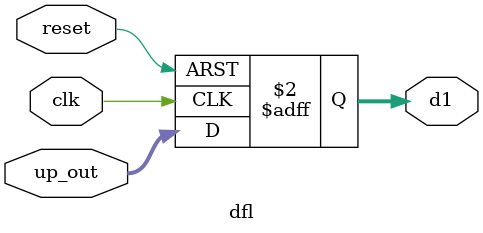
<source format=v>
module dfl(clk,reset,up_out,d1
    );
input clk,reset;
input [15:0] up_out;
output reg [15:0] d1;
always @(posedge clk,posedge reset)
begin
if(reset)
begin
    
    d1<=0;
	 
end
else 
begin
  d1<=up_out;
end	 

   
end

endmodule

</source>
